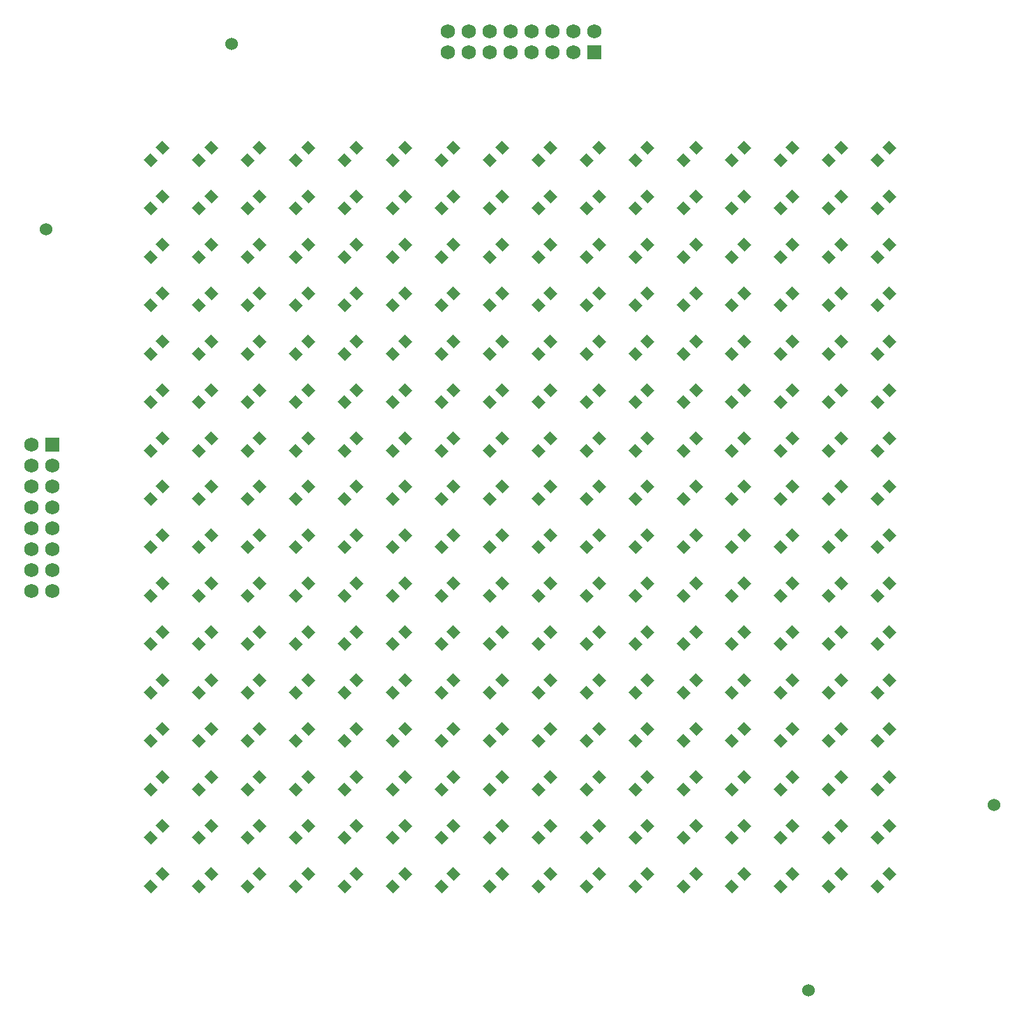
<source format=gbr>
%TF.GenerationSoftware,Altium Limited,Altium Designer,19.1.6 (110)*%
G04 Layer_Color=255*
%FSLAX43Y43*%
%MOMM*%
%TF.FileFunction,Pads,Top*%
%TF.Part,Single*%
G01*
G75*
%TA.AperFunction,SMDPad,CuDef*%
G04:AMPARAMS|DCode=10|XSize=1.2mm|YSize=1.1mm|CornerRadius=0mm|HoleSize=0mm|Usage=FLASHONLY|Rotation=135.000|XOffset=0mm|YOffset=0mm|HoleType=Round|Shape=Rectangle|*
%AMROTATEDRECTD10*
4,1,4,0.813,-0.035,0.035,-0.813,-0.813,0.035,-0.035,0.813,0.813,-0.035,0.0*
%
%ADD10ROTATEDRECTD10*%

%TA.AperFunction,WasherPad*%
%ADD12C,1.524*%
%TA.AperFunction,ComponentPad*%
%ADD13R,1.750X1.750*%
%ADD14C,1.750*%
%ADD15R,1.750X1.750*%
D10*
X6625Y94860D02*
D03*
X5140Y93375D02*
D03*
X94860Y6625D02*
D03*
X93375Y5140D02*
D03*
X88978Y6625D02*
D03*
X87493Y5140D02*
D03*
X83095Y6625D02*
D03*
X81610Y5140D02*
D03*
X77213Y6625D02*
D03*
X75728Y5140D02*
D03*
X71331Y6625D02*
D03*
X69846Y5140D02*
D03*
X65448Y6625D02*
D03*
X63963Y5140D02*
D03*
X59566Y6625D02*
D03*
X58081Y5140D02*
D03*
X53684Y6625D02*
D03*
X52199Y5140D02*
D03*
X47801Y6625D02*
D03*
X46316Y5140D02*
D03*
X41919Y6625D02*
D03*
X40434Y5140D02*
D03*
X36037Y6625D02*
D03*
X34552Y5140D02*
D03*
X30154Y6625D02*
D03*
X28669Y5140D02*
D03*
X24272Y6625D02*
D03*
X22787Y5140D02*
D03*
X18390Y6625D02*
D03*
X16905Y5140D02*
D03*
X12507Y6625D02*
D03*
X11022Y5140D02*
D03*
X6625Y6625D02*
D03*
X5140Y5140D02*
D03*
X94860Y12507D02*
D03*
X93375Y11022D02*
D03*
X88978Y12507D02*
D03*
X87493Y11022D02*
D03*
X83095Y12507D02*
D03*
X81610Y11022D02*
D03*
X77213Y12507D02*
D03*
X75728Y11022D02*
D03*
X71331Y12507D02*
D03*
X69846Y11022D02*
D03*
X65448Y12507D02*
D03*
X63963Y11022D02*
D03*
X59566Y12507D02*
D03*
X58081Y11022D02*
D03*
X53684Y12507D02*
D03*
X52199Y11022D02*
D03*
X47801Y12507D02*
D03*
X46316Y11022D02*
D03*
X41919Y12507D02*
D03*
X40434Y11022D02*
D03*
X36037Y12507D02*
D03*
X34552Y11022D02*
D03*
X30154Y12507D02*
D03*
X28669Y11022D02*
D03*
X24272Y12507D02*
D03*
X22787Y11022D02*
D03*
X18390Y12507D02*
D03*
X16905Y11022D02*
D03*
X12507Y12507D02*
D03*
X11022Y11022D02*
D03*
X6625Y12507D02*
D03*
X5140Y11022D02*
D03*
X94860Y18390D02*
D03*
X93375Y16905D02*
D03*
X88978Y18390D02*
D03*
X87493Y16905D02*
D03*
X83095Y18390D02*
D03*
X81610Y16905D02*
D03*
X77213Y18390D02*
D03*
X75728Y16905D02*
D03*
X71331Y18390D02*
D03*
X69846Y16905D02*
D03*
X65448Y18390D02*
D03*
X63963Y16905D02*
D03*
X59566Y18390D02*
D03*
X58081Y16905D02*
D03*
X53684Y18390D02*
D03*
X52199Y16905D02*
D03*
X47801Y18390D02*
D03*
X46316Y16905D02*
D03*
X41919Y18390D02*
D03*
X40434Y16905D02*
D03*
X36037Y18390D02*
D03*
X34552Y16905D02*
D03*
X30154Y18390D02*
D03*
X28669Y16905D02*
D03*
X24272Y18390D02*
D03*
X22787Y16905D02*
D03*
X18390Y18390D02*
D03*
X16905Y16905D02*
D03*
X12507Y18390D02*
D03*
X11022Y16905D02*
D03*
X6625Y18390D02*
D03*
X5140Y16905D02*
D03*
X94860Y24272D02*
D03*
X93375Y22787D02*
D03*
X88978Y24272D02*
D03*
X87493Y22787D02*
D03*
X83095Y24272D02*
D03*
X81610Y22787D02*
D03*
X77213Y24272D02*
D03*
X75728Y22787D02*
D03*
X71331Y24272D02*
D03*
X69846Y22787D02*
D03*
X65448Y24272D02*
D03*
X63963Y22787D02*
D03*
X59566Y24272D02*
D03*
X58081Y22787D02*
D03*
X53684Y24272D02*
D03*
X52199Y22787D02*
D03*
X47801Y24272D02*
D03*
X46316Y22787D02*
D03*
X41919Y24272D02*
D03*
X40434Y22787D02*
D03*
X36037Y24272D02*
D03*
X34552Y22787D02*
D03*
X30154Y24272D02*
D03*
X28669Y22787D02*
D03*
X24272Y24272D02*
D03*
X22787Y22787D02*
D03*
X18390Y24272D02*
D03*
X16905Y22787D02*
D03*
X12507Y24272D02*
D03*
X11022Y22787D02*
D03*
X6625Y24272D02*
D03*
X5140Y22787D02*
D03*
X94860Y30154D02*
D03*
X93375Y28669D02*
D03*
X88978Y30154D02*
D03*
X87493Y28669D02*
D03*
X83095Y30154D02*
D03*
X81610Y28669D02*
D03*
X77213Y30154D02*
D03*
X75728Y28669D02*
D03*
X71331Y30154D02*
D03*
X69846Y28669D02*
D03*
X65448Y30154D02*
D03*
X63963Y28669D02*
D03*
X59566Y30154D02*
D03*
X58081Y28669D02*
D03*
X53684Y30154D02*
D03*
X52199Y28669D02*
D03*
X47801Y30154D02*
D03*
X46316Y28669D02*
D03*
X41919Y30154D02*
D03*
X40434Y28669D02*
D03*
X36037Y30154D02*
D03*
X34552Y28669D02*
D03*
X30154Y30154D02*
D03*
X28669Y28669D02*
D03*
X24272Y30154D02*
D03*
X22787Y28669D02*
D03*
X18390Y30154D02*
D03*
X16905Y28669D02*
D03*
X12507Y30154D02*
D03*
X11022Y28669D02*
D03*
X6625Y30154D02*
D03*
X5140Y28669D02*
D03*
X94860Y36037D02*
D03*
X93375Y34552D02*
D03*
X88978Y36037D02*
D03*
X87493Y34552D02*
D03*
X83095Y36037D02*
D03*
X81610Y34552D02*
D03*
X77213Y36037D02*
D03*
X75728Y34552D02*
D03*
X71331Y36037D02*
D03*
X69846Y34552D02*
D03*
X65448Y36037D02*
D03*
X63963Y34552D02*
D03*
X59566Y36037D02*
D03*
X58081Y34552D02*
D03*
X53684Y36037D02*
D03*
X52199Y34552D02*
D03*
X47801Y36037D02*
D03*
X46316Y34552D02*
D03*
X41919Y36037D02*
D03*
X40434Y34552D02*
D03*
X36037Y36037D02*
D03*
X34552Y34552D02*
D03*
X30154Y36037D02*
D03*
X28669Y34552D02*
D03*
X24272Y36037D02*
D03*
X22787Y34552D02*
D03*
X18390Y36037D02*
D03*
X16905Y34552D02*
D03*
X12507Y36037D02*
D03*
X11022Y34552D02*
D03*
X6625Y36037D02*
D03*
X5140Y34552D02*
D03*
X94860Y41919D02*
D03*
X93375Y40434D02*
D03*
X88978Y41919D02*
D03*
X87493Y40434D02*
D03*
X83095Y41919D02*
D03*
X81610Y40434D02*
D03*
X77213Y41919D02*
D03*
X75728Y40434D02*
D03*
X71331Y41919D02*
D03*
X69846Y40434D02*
D03*
X65448Y41919D02*
D03*
X63963Y40434D02*
D03*
X59566Y41919D02*
D03*
X58081Y40434D02*
D03*
X53684Y41919D02*
D03*
X52199Y40434D02*
D03*
X47801Y41919D02*
D03*
X46316Y40434D02*
D03*
X41919Y41919D02*
D03*
X40434Y40434D02*
D03*
X36037Y41919D02*
D03*
X34552Y40434D02*
D03*
X30154Y41919D02*
D03*
X28669Y40434D02*
D03*
X24272Y41919D02*
D03*
X22787Y40434D02*
D03*
X18390Y41919D02*
D03*
X16905Y40434D02*
D03*
X12507Y41919D02*
D03*
X11022Y40434D02*
D03*
X6625Y41919D02*
D03*
X5140Y40434D02*
D03*
X94860Y47801D02*
D03*
X93375Y46316D02*
D03*
X88978Y47801D02*
D03*
X87493Y46316D02*
D03*
X83095Y47801D02*
D03*
X81610Y46316D02*
D03*
X77213Y47801D02*
D03*
X75728Y46316D02*
D03*
X71331Y47801D02*
D03*
X69846Y46316D02*
D03*
X65448Y47801D02*
D03*
X63963Y46316D02*
D03*
X59566Y47801D02*
D03*
X58081Y46316D02*
D03*
X53684Y47801D02*
D03*
X52199Y46316D02*
D03*
X47801Y47801D02*
D03*
X46316Y46316D02*
D03*
X41919Y47801D02*
D03*
X40434Y46316D02*
D03*
X36037Y47801D02*
D03*
X34552Y46316D02*
D03*
X30154Y47801D02*
D03*
X28669Y46316D02*
D03*
X24272Y47801D02*
D03*
X22787Y46316D02*
D03*
X18390Y47801D02*
D03*
X16905Y46316D02*
D03*
X12507Y47801D02*
D03*
X11022Y46316D02*
D03*
X6625Y47801D02*
D03*
X5140Y46316D02*
D03*
X94860Y53684D02*
D03*
X93375Y52199D02*
D03*
X88978Y53684D02*
D03*
X87493Y52199D02*
D03*
X83095Y53684D02*
D03*
X81610Y52199D02*
D03*
X77213Y53684D02*
D03*
X75728Y52199D02*
D03*
X71331Y53684D02*
D03*
X69846Y52199D02*
D03*
X65448Y53684D02*
D03*
X63963Y52199D02*
D03*
X59566Y53684D02*
D03*
X58081Y52199D02*
D03*
X53684Y53684D02*
D03*
X52199Y52199D02*
D03*
X47801Y53684D02*
D03*
X46316Y52199D02*
D03*
X41919Y53684D02*
D03*
X40434Y52199D02*
D03*
X36037Y53684D02*
D03*
X34552Y52199D02*
D03*
X30154Y53684D02*
D03*
X28669Y52199D02*
D03*
X24272Y53684D02*
D03*
X22787Y52199D02*
D03*
X18390Y53684D02*
D03*
X16905Y52199D02*
D03*
X12507Y53684D02*
D03*
X11022Y52199D02*
D03*
X6625Y53684D02*
D03*
X5140Y52199D02*
D03*
X94860Y59566D02*
D03*
X93375Y58081D02*
D03*
X88978Y59566D02*
D03*
X87493Y58081D02*
D03*
X83095Y59566D02*
D03*
X81610Y58081D02*
D03*
X77213Y59566D02*
D03*
X75728Y58081D02*
D03*
X71331Y59566D02*
D03*
X69846Y58081D02*
D03*
X65448Y59566D02*
D03*
X63963Y58081D02*
D03*
X59566Y59566D02*
D03*
X58081Y58081D02*
D03*
X53684Y59566D02*
D03*
X52199Y58081D02*
D03*
X47801Y59566D02*
D03*
X46316Y58081D02*
D03*
X41919Y59566D02*
D03*
X40434Y58081D02*
D03*
X36037Y59566D02*
D03*
X34552Y58081D02*
D03*
X30154Y59566D02*
D03*
X28669Y58081D02*
D03*
X24272Y59566D02*
D03*
X22787Y58081D02*
D03*
X18390Y59566D02*
D03*
X16905Y58081D02*
D03*
X12507Y59566D02*
D03*
X11022Y58081D02*
D03*
X6625Y59566D02*
D03*
X5140Y58081D02*
D03*
X94860Y65448D02*
D03*
X93375Y63963D02*
D03*
X88978Y65448D02*
D03*
X87493Y63963D02*
D03*
X83095Y65448D02*
D03*
X81610Y63963D02*
D03*
X77213Y65448D02*
D03*
X75728Y63963D02*
D03*
X71331Y65448D02*
D03*
X69846Y63963D02*
D03*
X65448Y65448D02*
D03*
X63963Y63963D02*
D03*
X59566Y65448D02*
D03*
X58081Y63963D02*
D03*
X53684Y65448D02*
D03*
X52199Y63963D02*
D03*
X47801Y65448D02*
D03*
X46316Y63963D02*
D03*
X41919Y65448D02*
D03*
X40434Y63963D02*
D03*
X36037Y65448D02*
D03*
X34552Y63963D02*
D03*
X30154Y65448D02*
D03*
X28669Y63963D02*
D03*
X24272Y65448D02*
D03*
X22787Y63963D02*
D03*
X18390Y65448D02*
D03*
X16905Y63963D02*
D03*
X12507Y65448D02*
D03*
X11022Y63963D02*
D03*
X6625Y65448D02*
D03*
X5140Y63963D02*
D03*
X94860Y71331D02*
D03*
X93375Y69846D02*
D03*
X88978Y71331D02*
D03*
X87493Y69846D02*
D03*
X83095Y71331D02*
D03*
X81610Y69846D02*
D03*
X77213Y71331D02*
D03*
X75728Y69846D02*
D03*
X71331Y71331D02*
D03*
X69846Y69846D02*
D03*
X65448Y71331D02*
D03*
X63963Y69846D02*
D03*
X59566Y71331D02*
D03*
X58081Y69846D02*
D03*
X53684Y71331D02*
D03*
X52199Y69846D02*
D03*
X47801Y71331D02*
D03*
X46316Y69846D02*
D03*
X41919Y71331D02*
D03*
X40434Y69846D02*
D03*
X36037Y71331D02*
D03*
X34552Y69846D02*
D03*
X30154Y71331D02*
D03*
X28669Y69846D02*
D03*
X24272Y71331D02*
D03*
X22787Y69846D02*
D03*
X18390Y71331D02*
D03*
X16905Y69846D02*
D03*
X12507Y71331D02*
D03*
X11022Y69846D02*
D03*
X6625Y71331D02*
D03*
X5140Y69846D02*
D03*
X94860Y77213D02*
D03*
X93375Y75728D02*
D03*
X88978Y77213D02*
D03*
X87493Y75728D02*
D03*
X83095Y77213D02*
D03*
X81610Y75728D02*
D03*
X77213Y77213D02*
D03*
X75728Y75728D02*
D03*
X71331Y77213D02*
D03*
X69846Y75728D02*
D03*
X65448Y77213D02*
D03*
X63963Y75728D02*
D03*
X59566Y77213D02*
D03*
X58081Y75728D02*
D03*
X53684Y77213D02*
D03*
X52199Y75728D02*
D03*
X47801Y77213D02*
D03*
X46316Y75728D02*
D03*
X41919Y77213D02*
D03*
X40434Y75728D02*
D03*
X36037Y77213D02*
D03*
X34552Y75728D02*
D03*
X30154Y77213D02*
D03*
X28669Y75728D02*
D03*
X24272Y77213D02*
D03*
X22787Y75728D02*
D03*
X18390Y77213D02*
D03*
X16905Y75728D02*
D03*
X12507Y77213D02*
D03*
X11022Y75728D02*
D03*
X6625Y77213D02*
D03*
X5140Y75728D02*
D03*
X94860Y83095D02*
D03*
X93375Y81610D02*
D03*
X88978Y83095D02*
D03*
X87493Y81610D02*
D03*
X83095Y83095D02*
D03*
X81610Y81610D02*
D03*
X77213Y83095D02*
D03*
X75728Y81610D02*
D03*
X71331Y83095D02*
D03*
X69846Y81610D02*
D03*
X65448Y83095D02*
D03*
X63963Y81610D02*
D03*
X59566Y83095D02*
D03*
X58081Y81610D02*
D03*
X53684Y83095D02*
D03*
X52199Y81610D02*
D03*
X47801Y83095D02*
D03*
X46316Y81610D02*
D03*
X41919Y83095D02*
D03*
X40434Y81610D02*
D03*
X36037Y83095D02*
D03*
X34552Y81610D02*
D03*
X30154Y83095D02*
D03*
X28669Y81610D02*
D03*
X24272Y83095D02*
D03*
X22787Y81610D02*
D03*
X18390Y83095D02*
D03*
X16905Y81610D02*
D03*
X12507Y83095D02*
D03*
X11022Y81610D02*
D03*
X6625Y83095D02*
D03*
X5140Y81610D02*
D03*
X94860Y88978D02*
D03*
X93375Y87493D02*
D03*
X88978Y88978D02*
D03*
X87493Y87493D02*
D03*
X83095Y88978D02*
D03*
X81610Y87493D02*
D03*
X77213Y88978D02*
D03*
X75728Y87493D02*
D03*
X71331Y88978D02*
D03*
X69846Y87493D02*
D03*
X65448Y88978D02*
D03*
X63963Y87493D02*
D03*
X59566Y88978D02*
D03*
X58081Y87493D02*
D03*
X53684Y88978D02*
D03*
X52199Y87493D02*
D03*
X47801Y88978D02*
D03*
X46316Y87493D02*
D03*
X41919Y88978D02*
D03*
X40434Y87493D02*
D03*
X36037Y88978D02*
D03*
X34552Y87493D02*
D03*
X30154Y88978D02*
D03*
X28669Y87493D02*
D03*
X24272Y88978D02*
D03*
X22787Y87493D02*
D03*
X18390Y88978D02*
D03*
X16905Y87493D02*
D03*
X12507Y88978D02*
D03*
X11022Y87493D02*
D03*
X6625Y88978D02*
D03*
X5140Y87493D02*
D03*
X94860Y94860D02*
D03*
X93375Y93375D02*
D03*
X88978Y94860D02*
D03*
X87493Y93375D02*
D03*
X83095Y94860D02*
D03*
X81610Y93375D02*
D03*
X77213Y94860D02*
D03*
X75728Y93375D02*
D03*
X71331Y94860D02*
D03*
X69846Y93375D02*
D03*
X65448Y94860D02*
D03*
X63963Y93375D02*
D03*
X59566Y94860D02*
D03*
X58081Y93375D02*
D03*
X53684Y94860D02*
D03*
X52199Y93375D02*
D03*
X47801Y94860D02*
D03*
X46316Y93375D02*
D03*
X41919Y94860D02*
D03*
X40434Y93375D02*
D03*
X36037Y94860D02*
D03*
X34552Y93375D02*
D03*
X30154Y94860D02*
D03*
X28669Y93375D02*
D03*
X24272Y94860D02*
D03*
X22787Y93375D02*
D03*
X18390Y94860D02*
D03*
X16905Y93375D02*
D03*
X12507Y94860D02*
D03*
X11022Y93375D02*
D03*
D12*
X-7500Y85000D02*
D03*
X15000Y107500D02*
D03*
X107500Y15000D02*
D03*
X85000Y-7500D02*
D03*
D13*
X-6750Y58800D02*
D03*
D14*
X-9290Y56260D02*
D03*
Y53720D02*
D03*
Y51180D02*
D03*
Y48640D02*
D03*
Y46100D02*
D03*
Y43560D02*
D03*
Y41020D02*
D03*
X-6750Y43560D02*
D03*
Y53720D02*
D03*
X-9290Y58800D02*
D03*
X-6750Y41020D02*
D03*
Y46100D02*
D03*
Y48640D02*
D03*
Y51180D02*
D03*
Y56260D02*
D03*
X56440Y106500D02*
D03*
X51360D02*
D03*
X48820D02*
D03*
X46280D02*
D03*
X41200D02*
D03*
X58980Y109040D02*
D03*
X53900Y106500D02*
D03*
X43740D02*
D03*
X41200Y109040D02*
D03*
X43740D02*
D03*
X46280D02*
D03*
X48820D02*
D03*
X51360D02*
D03*
X53900D02*
D03*
X56440D02*
D03*
D15*
X58980Y106500D02*
D03*
%TF.MD5,4ded53acec8858182d66706e73574a1e*%
M02*

</source>
